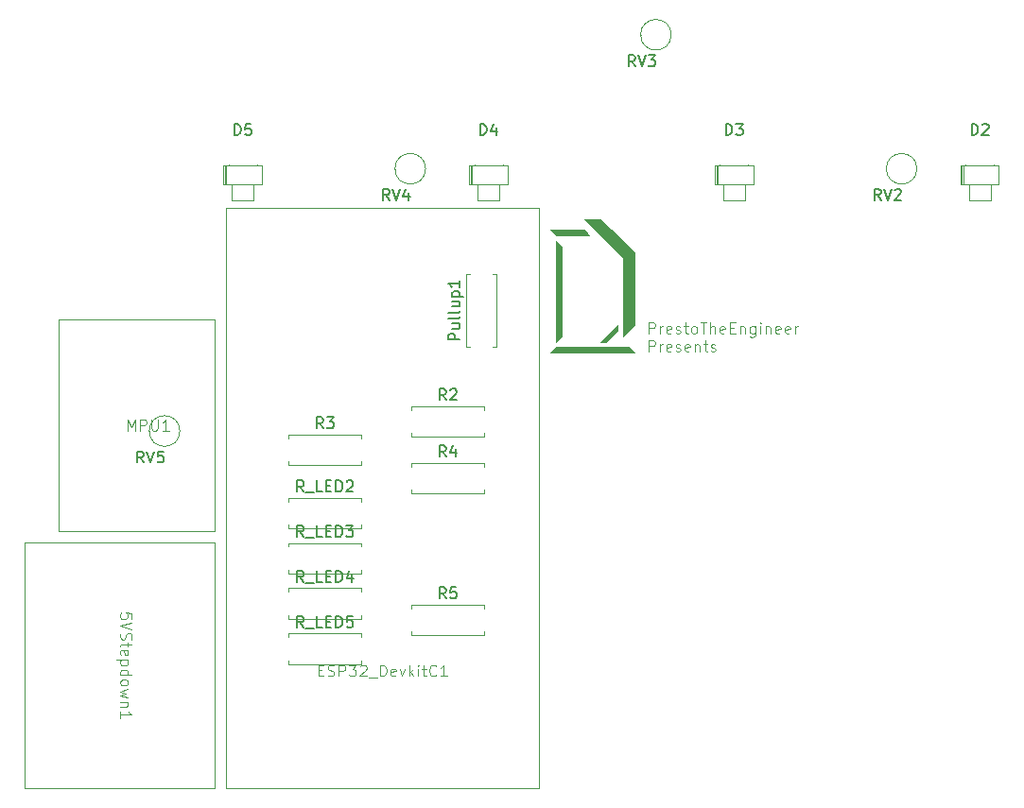
<source format=gbr>
%TF.GenerationSoftware,KiCad,Pcbnew,9.0.3*%
%TF.CreationDate,2025-08-18T22:42:58+09:00*%
%TF.ProjectId,espCon_main,65737043-6f6e-45f6-9d61-696e2e6b6963,rev?*%
%TF.SameCoordinates,Original*%
%TF.FileFunction,Legend,Top*%
%TF.FilePolarity,Positive*%
%FSLAX46Y46*%
G04 Gerber Fmt 4.6, Leading zero omitted, Abs format (unit mm)*
G04 Created by KiCad (PCBNEW 9.0.3) date 2025-08-18 22:42:58*
%MOMM*%
%LPD*%
G01*
G04 APERTURE LIST*
%ADD10C,0.100000*%
%ADD11C,0.150000*%
%ADD12C,0.120000*%
G04 APERTURE END LIST*
D10*
X133803884Y-87762475D02*
X133803884Y-86762475D01*
X133803884Y-86762475D02*
X134184836Y-86762475D01*
X134184836Y-86762475D02*
X134280074Y-86810094D01*
X134280074Y-86810094D02*
X134327693Y-86857713D01*
X134327693Y-86857713D02*
X134375312Y-86952951D01*
X134375312Y-86952951D02*
X134375312Y-87095808D01*
X134375312Y-87095808D02*
X134327693Y-87191046D01*
X134327693Y-87191046D02*
X134280074Y-87238665D01*
X134280074Y-87238665D02*
X134184836Y-87286284D01*
X134184836Y-87286284D02*
X133803884Y-87286284D01*
X134803884Y-87762475D02*
X134803884Y-87095808D01*
X134803884Y-87286284D02*
X134851503Y-87191046D01*
X134851503Y-87191046D02*
X134899122Y-87143427D01*
X134899122Y-87143427D02*
X134994360Y-87095808D01*
X134994360Y-87095808D02*
X135089598Y-87095808D01*
X135803884Y-87714856D02*
X135708646Y-87762475D01*
X135708646Y-87762475D02*
X135518170Y-87762475D01*
X135518170Y-87762475D02*
X135422932Y-87714856D01*
X135422932Y-87714856D02*
X135375313Y-87619617D01*
X135375313Y-87619617D02*
X135375313Y-87238665D01*
X135375313Y-87238665D02*
X135422932Y-87143427D01*
X135422932Y-87143427D02*
X135518170Y-87095808D01*
X135518170Y-87095808D02*
X135708646Y-87095808D01*
X135708646Y-87095808D02*
X135803884Y-87143427D01*
X135803884Y-87143427D02*
X135851503Y-87238665D01*
X135851503Y-87238665D02*
X135851503Y-87333903D01*
X135851503Y-87333903D02*
X135375313Y-87429141D01*
X136232456Y-87714856D02*
X136327694Y-87762475D01*
X136327694Y-87762475D02*
X136518170Y-87762475D01*
X136518170Y-87762475D02*
X136613408Y-87714856D01*
X136613408Y-87714856D02*
X136661027Y-87619617D01*
X136661027Y-87619617D02*
X136661027Y-87571998D01*
X136661027Y-87571998D02*
X136613408Y-87476760D01*
X136613408Y-87476760D02*
X136518170Y-87429141D01*
X136518170Y-87429141D02*
X136375313Y-87429141D01*
X136375313Y-87429141D02*
X136280075Y-87381522D01*
X136280075Y-87381522D02*
X136232456Y-87286284D01*
X136232456Y-87286284D02*
X136232456Y-87238665D01*
X136232456Y-87238665D02*
X136280075Y-87143427D01*
X136280075Y-87143427D02*
X136375313Y-87095808D01*
X136375313Y-87095808D02*
X136518170Y-87095808D01*
X136518170Y-87095808D02*
X136613408Y-87143427D01*
X136946742Y-87095808D02*
X137327694Y-87095808D01*
X137089599Y-86762475D02*
X137089599Y-87619617D01*
X137089599Y-87619617D02*
X137137218Y-87714856D01*
X137137218Y-87714856D02*
X137232456Y-87762475D01*
X137232456Y-87762475D02*
X137327694Y-87762475D01*
X137803885Y-87762475D02*
X137708647Y-87714856D01*
X137708647Y-87714856D02*
X137661028Y-87667236D01*
X137661028Y-87667236D02*
X137613409Y-87571998D01*
X137613409Y-87571998D02*
X137613409Y-87286284D01*
X137613409Y-87286284D02*
X137661028Y-87191046D01*
X137661028Y-87191046D02*
X137708647Y-87143427D01*
X137708647Y-87143427D02*
X137803885Y-87095808D01*
X137803885Y-87095808D02*
X137946742Y-87095808D01*
X137946742Y-87095808D02*
X138041980Y-87143427D01*
X138041980Y-87143427D02*
X138089599Y-87191046D01*
X138089599Y-87191046D02*
X138137218Y-87286284D01*
X138137218Y-87286284D02*
X138137218Y-87571998D01*
X138137218Y-87571998D02*
X138089599Y-87667236D01*
X138089599Y-87667236D02*
X138041980Y-87714856D01*
X138041980Y-87714856D02*
X137946742Y-87762475D01*
X137946742Y-87762475D02*
X137803885Y-87762475D01*
X138422933Y-86762475D02*
X138994361Y-86762475D01*
X138708647Y-87762475D02*
X138708647Y-86762475D01*
X139327695Y-87762475D02*
X139327695Y-86762475D01*
X139756266Y-87762475D02*
X139756266Y-87238665D01*
X139756266Y-87238665D02*
X139708647Y-87143427D01*
X139708647Y-87143427D02*
X139613409Y-87095808D01*
X139613409Y-87095808D02*
X139470552Y-87095808D01*
X139470552Y-87095808D02*
X139375314Y-87143427D01*
X139375314Y-87143427D02*
X139327695Y-87191046D01*
X140613409Y-87714856D02*
X140518171Y-87762475D01*
X140518171Y-87762475D02*
X140327695Y-87762475D01*
X140327695Y-87762475D02*
X140232457Y-87714856D01*
X140232457Y-87714856D02*
X140184838Y-87619617D01*
X140184838Y-87619617D02*
X140184838Y-87238665D01*
X140184838Y-87238665D02*
X140232457Y-87143427D01*
X140232457Y-87143427D02*
X140327695Y-87095808D01*
X140327695Y-87095808D02*
X140518171Y-87095808D01*
X140518171Y-87095808D02*
X140613409Y-87143427D01*
X140613409Y-87143427D02*
X140661028Y-87238665D01*
X140661028Y-87238665D02*
X140661028Y-87333903D01*
X140661028Y-87333903D02*
X140184838Y-87429141D01*
X141089600Y-87238665D02*
X141422933Y-87238665D01*
X141565790Y-87762475D02*
X141089600Y-87762475D01*
X141089600Y-87762475D02*
X141089600Y-86762475D01*
X141089600Y-86762475D02*
X141565790Y-86762475D01*
X141994362Y-87095808D02*
X141994362Y-87762475D01*
X141994362Y-87191046D02*
X142041981Y-87143427D01*
X142041981Y-87143427D02*
X142137219Y-87095808D01*
X142137219Y-87095808D02*
X142280076Y-87095808D01*
X142280076Y-87095808D02*
X142375314Y-87143427D01*
X142375314Y-87143427D02*
X142422933Y-87238665D01*
X142422933Y-87238665D02*
X142422933Y-87762475D01*
X143327695Y-87095808D02*
X143327695Y-87905332D01*
X143327695Y-87905332D02*
X143280076Y-88000570D01*
X143280076Y-88000570D02*
X143232457Y-88048189D01*
X143232457Y-88048189D02*
X143137219Y-88095808D01*
X143137219Y-88095808D02*
X142994362Y-88095808D01*
X142994362Y-88095808D02*
X142899124Y-88048189D01*
X143327695Y-87714856D02*
X143232457Y-87762475D01*
X143232457Y-87762475D02*
X143041981Y-87762475D01*
X143041981Y-87762475D02*
X142946743Y-87714856D01*
X142946743Y-87714856D02*
X142899124Y-87667236D01*
X142899124Y-87667236D02*
X142851505Y-87571998D01*
X142851505Y-87571998D02*
X142851505Y-87286284D01*
X142851505Y-87286284D02*
X142899124Y-87191046D01*
X142899124Y-87191046D02*
X142946743Y-87143427D01*
X142946743Y-87143427D02*
X143041981Y-87095808D01*
X143041981Y-87095808D02*
X143232457Y-87095808D01*
X143232457Y-87095808D02*
X143327695Y-87143427D01*
X143803886Y-87762475D02*
X143803886Y-87095808D01*
X143803886Y-86762475D02*
X143756267Y-86810094D01*
X143756267Y-86810094D02*
X143803886Y-86857713D01*
X143803886Y-86857713D02*
X143851505Y-86810094D01*
X143851505Y-86810094D02*
X143803886Y-86762475D01*
X143803886Y-86762475D02*
X143803886Y-86857713D01*
X144280076Y-87095808D02*
X144280076Y-87762475D01*
X144280076Y-87191046D02*
X144327695Y-87143427D01*
X144327695Y-87143427D02*
X144422933Y-87095808D01*
X144422933Y-87095808D02*
X144565790Y-87095808D01*
X144565790Y-87095808D02*
X144661028Y-87143427D01*
X144661028Y-87143427D02*
X144708647Y-87238665D01*
X144708647Y-87238665D02*
X144708647Y-87762475D01*
X145565790Y-87714856D02*
X145470552Y-87762475D01*
X145470552Y-87762475D02*
X145280076Y-87762475D01*
X145280076Y-87762475D02*
X145184838Y-87714856D01*
X145184838Y-87714856D02*
X145137219Y-87619617D01*
X145137219Y-87619617D02*
X145137219Y-87238665D01*
X145137219Y-87238665D02*
X145184838Y-87143427D01*
X145184838Y-87143427D02*
X145280076Y-87095808D01*
X145280076Y-87095808D02*
X145470552Y-87095808D01*
X145470552Y-87095808D02*
X145565790Y-87143427D01*
X145565790Y-87143427D02*
X145613409Y-87238665D01*
X145613409Y-87238665D02*
X145613409Y-87333903D01*
X145613409Y-87333903D02*
X145137219Y-87429141D01*
X146422933Y-87714856D02*
X146327695Y-87762475D01*
X146327695Y-87762475D02*
X146137219Y-87762475D01*
X146137219Y-87762475D02*
X146041981Y-87714856D01*
X146041981Y-87714856D02*
X145994362Y-87619617D01*
X145994362Y-87619617D02*
X145994362Y-87238665D01*
X145994362Y-87238665D02*
X146041981Y-87143427D01*
X146041981Y-87143427D02*
X146137219Y-87095808D01*
X146137219Y-87095808D02*
X146327695Y-87095808D01*
X146327695Y-87095808D02*
X146422933Y-87143427D01*
X146422933Y-87143427D02*
X146470552Y-87238665D01*
X146470552Y-87238665D02*
X146470552Y-87333903D01*
X146470552Y-87333903D02*
X145994362Y-87429141D01*
X146899124Y-87762475D02*
X146899124Y-87095808D01*
X146899124Y-87286284D02*
X146946743Y-87191046D01*
X146946743Y-87191046D02*
X146994362Y-87143427D01*
X146994362Y-87143427D02*
X147089600Y-87095808D01*
X147089600Y-87095808D02*
X147184838Y-87095808D01*
X133803884Y-89372419D02*
X133803884Y-88372419D01*
X133803884Y-88372419D02*
X134184836Y-88372419D01*
X134184836Y-88372419D02*
X134280074Y-88420038D01*
X134280074Y-88420038D02*
X134327693Y-88467657D01*
X134327693Y-88467657D02*
X134375312Y-88562895D01*
X134375312Y-88562895D02*
X134375312Y-88705752D01*
X134375312Y-88705752D02*
X134327693Y-88800990D01*
X134327693Y-88800990D02*
X134280074Y-88848609D01*
X134280074Y-88848609D02*
X134184836Y-88896228D01*
X134184836Y-88896228D02*
X133803884Y-88896228D01*
X134803884Y-89372419D02*
X134803884Y-88705752D01*
X134803884Y-88896228D02*
X134851503Y-88800990D01*
X134851503Y-88800990D02*
X134899122Y-88753371D01*
X134899122Y-88753371D02*
X134994360Y-88705752D01*
X134994360Y-88705752D02*
X135089598Y-88705752D01*
X135803884Y-89324800D02*
X135708646Y-89372419D01*
X135708646Y-89372419D02*
X135518170Y-89372419D01*
X135518170Y-89372419D02*
X135422932Y-89324800D01*
X135422932Y-89324800D02*
X135375313Y-89229561D01*
X135375313Y-89229561D02*
X135375313Y-88848609D01*
X135375313Y-88848609D02*
X135422932Y-88753371D01*
X135422932Y-88753371D02*
X135518170Y-88705752D01*
X135518170Y-88705752D02*
X135708646Y-88705752D01*
X135708646Y-88705752D02*
X135803884Y-88753371D01*
X135803884Y-88753371D02*
X135851503Y-88848609D01*
X135851503Y-88848609D02*
X135851503Y-88943847D01*
X135851503Y-88943847D02*
X135375313Y-89039085D01*
X136232456Y-89324800D02*
X136327694Y-89372419D01*
X136327694Y-89372419D02*
X136518170Y-89372419D01*
X136518170Y-89372419D02*
X136613408Y-89324800D01*
X136613408Y-89324800D02*
X136661027Y-89229561D01*
X136661027Y-89229561D02*
X136661027Y-89181942D01*
X136661027Y-89181942D02*
X136613408Y-89086704D01*
X136613408Y-89086704D02*
X136518170Y-89039085D01*
X136518170Y-89039085D02*
X136375313Y-89039085D01*
X136375313Y-89039085D02*
X136280075Y-88991466D01*
X136280075Y-88991466D02*
X136232456Y-88896228D01*
X136232456Y-88896228D02*
X136232456Y-88848609D01*
X136232456Y-88848609D02*
X136280075Y-88753371D01*
X136280075Y-88753371D02*
X136375313Y-88705752D01*
X136375313Y-88705752D02*
X136518170Y-88705752D01*
X136518170Y-88705752D02*
X136613408Y-88753371D01*
X137470551Y-89324800D02*
X137375313Y-89372419D01*
X137375313Y-89372419D02*
X137184837Y-89372419D01*
X137184837Y-89372419D02*
X137089599Y-89324800D01*
X137089599Y-89324800D02*
X137041980Y-89229561D01*
X137041980Y-89229561D02*
X137041980Y-88848609D01*
X137041980Y-88848609D02*
X137089599Y-88753371D01*
X137089599Y-88753371D02*
X137184837Y-88705752D01*
X137184837Y-88705752D02*
X137375313Y-88705752D01*
X137375313Y-88705752D02*
X137470551Y-88753371D01*
X137470551Y-88753371D02*
X137518170Y-88848609D01*
X137518170Y-88848609D02*
X137518170Y-88943847D01*
X137518170Y-88943847D02*
X137041980Y-89039085D01*
X137946742Y-88705752D02*
X137946742Y-89372419D01*
X137946742Y-88800990D02*
X137994361Y-88753371D01*
X137994361Y-88753371D02*
X138089599Y-88705752D01*
X138089599Y-88705752D02*
X138232456Y-88705752D01*
X138232456Y-88705752D02*
X138327694Y-88753371D01*
X138327694Y-88753371D02*
X138375313Y-88848609D01*
X138375313Y-88848609D02*
X138375313Y-89372419D01*
X138708647Y-88705752D02*
X139089599Y-88705752D01*
X138851504Y-88372419D02*
X138851504Y-89229561D01*
X138851504Y-89229561D02*
X138899123Y-89324800D01*
X138899123Y-89324800D02*
X138994361Y-89372419D01*
X138994361Y-89372419D02*
X139089599Y-89372419D01*
X139375314Y-89324800D02*
X139470552Y-89372419D01*
X139470552Y-89372419D02*
X139661028Y-89372419D01*
X139661028Y-89372419D02*
X139756266Y-89324800D01*
X139756266Y-89324800D02*
X139803885Y-89229561D01*
X139803885Y-89229561D02*
X139803885Y-89181942D01*
X139803885Y-89181942D02*
X139756266Y-89086704D01*
X139756266Y-89086704D02*
X139661028Y-89039085D01*
X139661028Y-89039085D02*
X139518171Y-89039085D01*
X139518171Y-89039085D02*
X139422933Y-88991466D01*
X139422933Y-88991466D02*
X139375314Y-88896228D01*
X139375314Y-88896228D02*
X139375314Y-88848609D01*
X139375314Y-88848609D02*
X139422933Y-88753371D01*
X139422933Y-88753371D02*
X139518171Y-88705752D01*
X139518171Y-88705752D02*
X139661028Y-88705752D01*
X139661028Y-88705752D02*
X139756266Y-88753371D01*
X132500000Y-89500000D02*
X125000000Y-89500000D01*
X125500000Y-89000000D01*
X132000000Y-89000000D01*
X132500000Y-89500000D01*
G36*
X132500000Y-89500000D02*
G01*
X125000000Y-89500000D01*
X125500000Y-89000000D01*
X132000000Y-89000000D01*
X132500000Y-89500000D01*
G37*
X131000000Y-87500000D02*
X130000000Y-88500000D01*
X129500000Y-88500000D01*
X131000000Y-87000000D01*
X131000000Y-87500000D01*
G36*
X131000000Y-87500000D02*
G01*
X130000000Y-88500000D01*
X129500000Y-88500000D01*
X131000000Y-87000000D01*
X131000000Y-87500000D01*
G37*
X132500000Y-80500000D02*
X132500000Y-87000000D01*
X131500000Y-88000000D01*
X131500000Y-81000000D01*
X128000000Y-77500000D01*
X129500000Y-77500000D01*
X132500000Y-80500000D01*
G36*
X132500000Y-80500000D02*
G01*
X132500000Y-87000000D01*
X131500000Y-88000000D01*
X131500000Y-81000000D01*
X128000000Y-77500000D01*
X129500000Y-77500000D01*
X132500000Y-80500000D01*
G37*
X126000000Y-80000000D02*
X126000000Y-88000000D01*
X125500000Y-88500000D01*
X125500000Y-79500000D01*
X126000000Y-80000000D01*
G36*
X126000000Y-80000000D02*
G01*
X126000000Y-88000000D01*
X125500000Y-88500000D01*
X125500000Y-79500000D01*
X126000000Y-80000000D01*
G37*
X128500000Y-79000000D02*
X125500000Y-79000000D01*
X125000000Y-78500000D01*
X128000000Y-78500000D01*
X128500000Y-79000000D01*
G36*
X128500000Y-79000000D02*
G01*
X125500000Y-79000000D01*
X125000000Y-78500000D01*
X128000000Y-78500000D01*
X128500000Y-79000000D01*
G37*
D11*
X115643333Y-111504819D02*
X115310000Y-111028628D01*
X115071905Y-111504819D02*
X115071905Y-110504819D01*
X115071905Y-110504819D02*
X115452857Y-110504819D01*
X115452857Y-110504819D02*
X115548095Y-110552438D01*
X115548095Y-110552438D02*
X115595714Y-110600057D01*
X115595714Y-110600057D02*
X115643333Y-110695295D01*
X115643333Y-110695295D02*
X115643333Y-110838152D01*
X115643333Y-110838152D02*
X115595714Y-110933390D01*
X115595714Y-110933390D02*
X115548095Y-110981009D01*
X115548095Y-110981009D02*
X115452857Y-111028628D01*
X115452857Y-111028628D02*
X115071905Y-111028628D01*
X116548095Y-110504819D02*
X116071905Y-110504819D01*
X116071905Y-110504819D02*
X116024286Y-110981009D01*
X116024286Y-110981009D02*
X116071905Y-110933390D01*
X116071905Y-110933390D02*
X116167143Y-110885771D01*
X116167143Y-110885771D02*
X116405238Y-110885771D01*
X116405238Y-110885771D02*
X116500476Y-110933390D01*
X116500476Y-110933390D02*
X116548095Y-110981009D01*
X116548095Y-110981009D02*
X116595714Y-111076247D01*
X116595714Y-111076247D02*
X116595714Y-111314342D01*
X116595714Y-111314342D02*
X116548095Y-111409580D01*
X116548095Y-111409580D02*
X116500476Y-111457200D01*
X116500476Y-111457200D02*
X116405238Y-111504819D01*
X116405238Y-111504819D02*
X116167143Y-111504819D01*
X116167143Y-111504819D02*
X116071905Y-111457200D01*
X116071905Y-111457200D02*
X116024286Y-111409580D01*
X115643333Y-98804819D02*
X115310000Y-98328628D01*
X115071905Y-98804819D02*
X115071905Y-97804819D01*
X115071905Y-97804819D02*
X115452857Y-97804819D01*
X115452857Y-97804819D02*
X115548095Y-97852438D01*
X115548095Y-97852438D02*
X115595714Y-97900057D01*
X115595714Y-97900057D02*
X115643333Y-97995295D01*
X115643333Y-97995295D02*
X115643333Y-98138152D01*
X115643333Y-98138152D02*
X115595714Y-98233390D01*
X115595714Y-98233390D02*
X115548095Y-98281009D01*
X115548095Y-98281009D02*
X115452857Y-98328628D01*
X115452857Y-98328628D02*
X115071905Y-98328628D01*
X116500476Y-98138152D02*
X116500476Y-98804819D01*
X116262381Y-97757200D02*
X116024286Y-98471485D01*
X116024286Y-98471485D02*
X116643333Y-98471485D01*
X104643333Y-96264819D02*
X104310000Y-95788628D01*
X104071905Y-96264819D02*
X104071905Y-95264819D01*
X104071905Y-95264819D02*
X104452857Y-95264819D01*
X104452857Y-95264819D02*
X104548095Y-95312438D01*
X104548095Y-95312438D02*
X104595714Y-95360057D01*
X104595714Y-95360057D02*
X104643333Y-95455295D01*
X104643333Y-95455295D02*
X104643333Y-95598152D01*
X104643333Y-95598152D02*
X104595714Y-95693390D01*
X104595714Y-95693390D02*
X104548095Y-95741009D01*
X104548095Y-95741009D02*
X104452857Y-95788628D01*
X104452857Y-95788628D02*
X104071905Y-95788628D01*
X104976667Y-95264819D02*
X105595714Y-95264819D01*
X105595714Y-95264819D02*
X105262381Y-95645771D01*
X105262381Y-95645771D02*
X105405238Y-95645771D01*
X105405238Y-95645771D02*
X105500476Y-95693390D01*
X105500476Y-95693390D02*
X105548095Y-95741009D01*
X105548095Y-95741009D02*
X105595714Y-95836247D01*
X105595714Y-95836247D02*
X105595714Y-96074342D01*
X105595714Y-96074342D02*
X105548095Y-96169580D01*
X105548095Y-96169580D02*
X105500476Y-96217200D01*
X105500476Y-96217200D02*
X105405238Y-96264819D01*
X105405238Y-96264819D02*
X105119524Y-96264819D01*
X105119524Y-96264819D02*
X105024286Y-96217200D01*
X105024286Y-96217200D02*
X104976667Y-96169580D01*
X115643333Y-93724819D02*
X115310000Y-93248628D01*
X115071905Y-93724819D02*
X115071905Y-92724819D01*
X115071905Y-92724819D02*
X115452857Y-92724819D01*
X115452857Y-92724819D02*
X115548095Y-92772438D01*
X115548095Y-92772438D02*
X115595714Y-92820057D01*
X115595714Y-92820057D02*
X115643333Y-92915295D01*
X115643333Y-92915295D02*
X115643333Y-93058152D01*
X115643333Y-93058152D02*
X115595714Y-93153390D01*
X115595714Y-93153390D02*
X115548095Y-93201009D01*
X115548095Y-93201009D02*
X115452857Y-93248628D01*
X115452857Y-93248628D02*
X115071905Y-93248628D01*
X116024286Y-92820057D02*
X116071905Y-92772438D01*
X116071905Y-92772438D02*
X116167143Y-92724819D01*
X116167143Y-92724819D02*
X116405238Y-92724819D01*
X116405238Y-92724819D02*
X116500476Y-92772438D01*
X116500476Y-92772438D02*
X116548095Y-92820057D01*
X116548095Y-92820057D02*
X116595714Y-92915295D01*
X116595714Y-92915295D02*
X116595714Y-93010533D01*
X116595714Y-93010533D02*
X116548095Y-93153390D01*
X116548095Y-93153390D02*
X115976667Y-93724819D01*
X115976667Y-93724819D02*
X116595714Y-93724819D01*
X132585395Y-63824819D02*
X132252062Y-63348628D01*
X132013967Y-63824819D02*
X132013967Y-62824819D01*
X132013967Y-62824819D02*
X132394919Y-62824819D01*
X132394919Y-62824819D02*
X132490157Y-62872438D01*
X132490157Y-62872438D02*
X132537776Y-62920057D01*
X132537776Y-62920057D02*
X132585395Y-63015295D01*
X132585395Y-63015295D02*
X132585395Y-63158152D01*
X132585395Y-63158152D02*
X132537776Y-63253390D01*
X132537776Y-63253390D02*
X132490157Y-63301009D01*
X132490157Y-63301009D02*
X132394919Y-63348628D01*
X132394919Y-63348628D02*
X132013967Y-63348628D01*
X132871110Y-62824819D02*
X133204443Y-63824819D01*
X133204443Y-63824819D02*
X133537776Y-62824819D01*
X133775872Y-62824819D02*
X134394919Y-62824819D01*
X134394919Y-62824819D02*
X134061586Y-63205771D01*
X134061586Y-63205771D02*
X134204443Y-63205771D01*
X134204443Y-63205771D02*
X134299681Y-63253390D01*
X134299681Y-63253390D02*
X134347300Y-63301009D01*
X134347300Y-63301009D02*
X134394919Y-63396247D01*
X134394919Y-63396247D02*
X134394919Y-63634342D01*
X134394919Y-63634342D02*
X134347300Y-63729580D01*
X134347300Y-63729580D02*
X134299681Y-63777200D01*
X134299681Y-63777200D02*
X134204443Y-63824819D01*
X134204443Y-63824819D02*
X133918729Y-63824819D01*
X133918729Y-63824819D02*
X133823491Y-63777200D01*
X133823491Y-63777200D02*
X133775872Y-63729580D01*
X102905237Y-101934819D02*
X102571904Y-101458628D01*
X102333809Y-101934819D02*
X102333809Y-100934819D01*
X102333809Y-100934819D02*
X102714761Y-100934819D01*
X102714761Y-100934819D02*
X102809999Y-100982438D01*
X102809999Y-100982438D02*
X102857618Y-101030057D01*
X102857618Y-101030057D02*
X102905237Y-101125295D01*
X102905237Y-101125295D02*
X102905237Y-101268152D01*
X102905237Y-101268152D02*
X102857618Y-101363390D01*
X102857618Y-101363390D02*
X102809999Y-101411009D01*
X102809999Y-101411009D02*
X102714761Y-101458628D01*
X102714761Y-101458628D02*
X102333809Y-101458628D01*
X103095714Y-102030057D02*
X103857618Y-102030057D01*
X104571904Y-101934819D02*
X104095714Y-101934819D01*
X104095714Y-101934819D02*
X104095714Y-100934819D01*
X104905238Y-101411009D02*
X105238571Y-101411009D01*
X105381428Y-101934819D02*
X104905238Y-101934819D01*
X104905238Y-101934819D02*
X104905238Y-100934819D01*
X104905238Y-100934819D02*
X105381428Y-100934819D01*
X105810000Y-101934819D02*
X105810000Y-100934819D01*
X105810000Y-100934819D02*
X106048095Y-100934819D01*
X106048095Y-100934819D02*
X106190952Y-100982438D01*
X106190952Y-100982438D02*
X106286190Y-101077676D01*
X106286190Y-101077676D02*
X106333809Y-101172914D01*
X106333809Y-101172914D02*
X106381428Y-101363390D01*
X106381428Y-101363390D02*
X106381428Y-101506247D01*
X106381428Y-101506247D02*
X106333809Y-101696723D01*
X106333809Y-101696723D02*
X106286190Y-101791961D01*
X106286190Y-101791961D02*
X106190952Y-101887200D01*
X106190952Y-101887200D02*
X106048095Y-101934819D01*
X106048095Y-101934819D02*
X105810000Y-101934819D01*
X106762381Y-101030057D02*
X106810000Y-100982438D01*
X106810000Y-100982438D02*
X106905238Y-100934819D01*
X106905238Y-100934819D02*
X107143333Y-100934819D01*
X107143333Y-100934819D02*
X107238571Y-100982438D01*
X107238571Y-100982438D02*
X107286190Y-101030057D01*
X107286190Y-101030057D02*
X107333809Y-101125295D01*
X107333809Y-101125295D02*
X107333809Y-101220533D01*
X107333809Y-101220533D02*
X107286190Y-101363390D01*
X107286190Y-101363390D02*
X106714762Y-101934819D01*
X106714762Y-101934819D02*
X107333809Y-101934819D01*
X96712539Y-69994819D02*
X96712539Y-68994819D01*
X96712539Y-68994819D02*
X96950634Y-68994819D01*
X96950634Y-68994819D02*
X97093491Y-69042438D01*
X97093491Y-69042438D02*
X97188729Y-69137676D01*
X97188729Y-69137676D02*
X97236348Y-69232914D01*
X97236348Y-69232914D02*
X97283967Y-69423390D01*
X97283967Y-69423390D02*
X97283967Y-69566247D01*
X97283967Y-69566247D02*
X97236348Y-69756723D01*
X97236348Y-69756723D02*
X97188729Y-69851961D01*
X97188729Y-69851961D02*
X97093491Y-69947200D01*
X97093491Y-69947200D02*
X96950634Y-69994819D01*
X96950634Y-69994819D02*
X96712539Y-69994819D01*
X98188729Y-68994819D02*
X97712539Y-68994819D01*
X97712539Y-68994819D02*
X97664920Y-69471009D01*
X97664920Y-69471009D02*
X97712539Y-69423390D01*
X97712539Y-69423390D02*
X97807777Y-69375771D01*
X97807777Y-69375771D02*
X98045872Y-69375771D01*
X98045872Y-69375771D02*
X98141110Y-69423390D01*
X98141110Y-69423390D02*
X98188729Y-69471009D01*
X98188729Y-69471009D02*
X98236348Y-69566247D01*
X98236348Y-69566247D02*
X98236348Y-69804342D01*
X98236348Y-69804342D02*
X98188729Y-69899580D01*
X98188729Y-69899580D02*
X98141110Y-69947200D01*
X98141110Y-69947200D02*
X98045872Y-69994819D01*
X98045872Y-69994819D02*
X97807777Y-69994819D01*
X97807777Y-69994819D02*
X97712539Y-69947200D01*
X97712539Y-69947200D02*
X97664920Y-69899580D01*
X118712539Y-69994819D02*
X118712539Y-68994819D01*
X118712539Y-68994819D02*
X118950634Y-68994819D01*
X118950634Y-68994819D02*
X119093491Y-69042438D01*
X119093491Y-69042438D02*
X119188729Y-69137676D01*
X119188729Y-69137676D02*
X119236348Y-69232914D01*
X119236348Y-69232914D02*
X119283967Y-69423390D01*
X119283967Y-69423390D02*
X119283967Y-69566247D01*
X119283967Y-69566247D02*
X119236348Y-69756723D01*
X119236348Y-69756723D02*
X119188729Y-69851961D01*
X119188729Y-69851961D02*
X119093491Y-69947200D01*
X119093491Y-69947200D02*
X118950634Y-69994819D01*
X118950634Y-69994819D02*
X118712539Y-69994819D01*
X120141110Y-69328152D02*
X120141110Y-69994819D01*
X119903015Y-68947200D02*
X119664920Y-69661485D01*
X119664920Y-69661485D02*
X120283967Y-69661485D01*
D10*
X87493214Y-113309523D02*
X87493214Y-112833333D01*
X87493214Y-112833333D02*
X87017024Y-112785714D01*
X87017024Y-112785714D02*
X87064643Y-112833333D01*
X87064643Y-112833333D02*
X87112262Y-112928571D01*
X87112262Y-112928571D02*
X87112262Y-113166666D01*
X87112262Y-113166666D02*
X87064643Y-113261904D01*
X87064643Y-113261904D02*
X87017024Y-113309523D01*
X87017024Y-113309523D02*
X86921786Y-113357142D01*
X86921786Y-113357142D02*
X86683691Y-113357142D01*
X86683691Y-113357142D02*
X86588453Y-113309523D01*
X86588453Y-113309523D02*
X86540834Y-113261904D01*
X86540834Y-113261904D02*
X86493214Y-113166666D01*
X86493214Y-113166666D02*
X86493214Y-112928571D01*
X86493214Y-112928571D02*
X86540834Y-112833333D01*
X86540834Y-112833333D02*
X86588453Y-112785714D01*
X87493214Y-113642857D02*
X86493214Y-113976190D01*
X86493214Y-113976190D02*
X87493214Y-114309523D01*
X86540834Y-114595238D02*
X86493214Y-114738095D01*
X86493214Y-114738095D02*
X86493214Y-114976190D01*
X86493214Y-114976190D02*
X86540834Y-115071428D01*
X86540834Y-115071428D02*
X86588453Y-115119047D01*
X86588453Y-115119047D02*
X86683691Y-115166666D01*
X86683691Y-115166666D02*
X86778929Y-115166666D01*
X86778929Y-115166666D02*
X86874167Y-115119047D01*
X86874167Y-115119047D02*
X86921786Y-115071428D01*
X86921786Y-115071428D02*
X86969405Y-114976190D01*
X86969405Y-114976190D02*
X87017024Y-114785714D01*
X87017024Y-114785714D02*
X87064643Y-114690476D01*
X87064643Y-114690476D02*
X87112262Y-114642857D01*
X87112262Y-114642857D02*
X87207500Y-114595238D01*
X87207500Y-114595238D02*
X87302738Y-114595238D01*
X87302738Y-114595238D02*
X87397976Y-114642857D01*
X87397976Y-114642857D02*
X87445595Y-114690476D01*
X87445595Y-114690476D02*
X87493214Y-114785714D01*
X87493214Y-114785714D02*
X87493214Y-115023809D01*
X87493214Y-115023809D02*
X87445595Y-115166666D01*
X87159881Y-115452381D02*
X87159881Y-115833333D01*
X87493214Y-115595238D02*
X86636072Y-115595238D01*
X86636072Y-115595238D02*
X86540834Y-115642857D01*
X86540834Y-115642857D02*
X86493214Y-115738095D01*
X86493214Y-115738095D02*
X86493214Y-115833333D01*
X86540834Y-116547619D02*
X86493214Y-116452381D01*
X86493214Y-116452381D02*
X86493214Y-116261905D01*
X86493214Y-116261905D02*
X86540834Y-116166667D01*
X86540834Y-116166667D02*
X86636072Y-116119048D01*
X86636072Y-116119048D02*
X87017024Y-116119048D01*
X87017024Y-116119048D02*
X87112262Y-116166667D01*
X87112262Y-116166667D02*
X87159881Y-116261905D01*
X87159881Y-116261905D02*
X87159881Y-116452381D01*
X87159881Y-116452381D02*
X87112262Y-116547619D01*
X87112262Y-116547619D02*
X87017024Y-116595238D01*
X87017024Y-116595238D02*
X86921786Y-116595238D01*
X86921786Y-116595238D02*
X86826548Y-116119048D01*
X87159881Y-117023810D02*
X86159881Y-117023810D01*
X87112262Y-117023810D02*
X87159881Y-117119048D01*
X87159881Y-117119048D02*
X87159881Y-117309524D01*
X87159881Y-117309524D02*
X87112262Y-117404762D01*
X87112262Y-117404762D02*
X87064643Y-117452381D01*
X87064643Y-117452381D02*
X86969405Y-117500000D01*
X86969405Y-117500000D02*
X86683691Y-117500000D01*
X86683691Y-117500000D02*
X86588453Y-117452381D01*
X86588453Y-117452381D02*
X86540834Y-117404762D01*
X86540834Y-117404762D02*
X86493214Y-117309524D01*
X86493214Y-117309524D02*
X86493214Y-117119048D01*
X86493214Y-117119048D02*
X86540834Y-117023810D01*
X86493214Y-118357143D02*
X87493214Y-118357143D01*
X86540834Y-118357143D02*
X86493214Y-118261905D01*
X86493214Y-118261905D02*
X86493214Y-118071429D01*
X86493214Y-118071429D02*
X86540834Y-117976191D01*
X86540834Y-117976191D02*
X86588453Y-117928572D01*
X86588453Y-117928572D02*
X86683691Y-117880953D01*
X86683691Y-117880953D02*
X86969405Y-117880953D01*
X86969405Y-117880953D02*
X87064643Y-117928572D01*
X87064643Y-117928572D02*
X87112262Y-117976191D01*
X87112262Y-117976191D02*
X87159881Y-118071429D01*
X87159881Y-118071429D02*
X87159881Y-118261905D01*
X87159881Y-118261905D02*
X87112262Y-118357143D01*
X86493214Y-118976191D02*
X86540834Y-118880953D01*
X86540834Y-118880953D02*
X86588453Y-118833334D01*
X86588453Y-118833334D02*
X86683691Y-118785715D01*
X86683691Y-118785715D02*
X86969405Y-118785715D01*
X86969405Y-118785715D02*
X87064643Y-118833334D01*
X87064643Y-118833334D02*
X87112262Y-118880953D01*
X87112262Y-118880953D02*
X87159881Y-118976191D01*
X87159881Y-118976191D02*
X87159881Y-119119048D01*
X87159881Y-119119048D02*
X87112262Y-119214286D01*
X87112262Y-119214286D02*
X87064643Y-119261905D01*
X87064643Y-119261905D02*
X86969405Y-119309524D01*
X86969405Y-119309524D02*
X86683691Y-119309524D01*
X86683691Y-119309524D02*
X86588453Y-119261905D01*
X86588453Y-119261905D02*
X86540834Y-119214286D01*
X86540834Y-119214286D02*
X86493214Y-119119048D01*
X86493214Y-119119048D02*
X86493214Y-118976191D01*
X87159881Y-119642858D02*
X86493214Y-119833334D01*
X86493214Y-119833334D02*
X86969405Y-120023810D01*
X86969405Y-120023810D02*
X86493214Y-120214286D01*
X86493214Y-120214286D02*
X87159881Y-120404762D01*
X87159881Y-120785715D02*
X86493214Y-120785715D01*
X87064643Y-120785715D02*
X87112262Y-120833334D01*
X87112262Y-120833334D02*
X87159881Y-120928572D01*
X87159881Y-120928572D02*
X87159881Y-121071429D01*
X87159881Y-121071429D02*
X87112262Y-121166667D01*
X87112262Y-121166667D02*
X87017024Y-121214286D01*
X87017024Y-121214286D02*
X86493214Y-121214286D01*
X86493214Y-122214286D02*
X86493214Y-121642858D01*
X86493214Y-121928572D02*
X87493214Y-121928572D01*
X87493214Y-121928572D02*
X87350357Y-121833334D01*
X87350357Y-121833334D02*
X87255119Y-121738096D01*
X87255119Y-121738096D02*
X87207500Y-121642858D01*
X104212538Y-117933609D02*
X104545871Y-117933609D01*
X104688728Y-118457419D02*
X104212538Y-118457419D01*
X104212538Y-118457419D02*
X104212538Y-117457419D01*
X104212538Y-117457419D02*
X104688728Y-117457419D01*
X105069681Y-118409800D02*
X105212538Y-118457419D01*
X105212538Y-118457419D02*
X105450633Y-118457419D01*
X105450633Y-118457419D02*
X105545871Y-118409800D01*
X105545871Y-118409800D02*
X105593490Y-118362180D01*
X105593490Y-118362180D02*
X105641109Y-118266942D01*
X105641109Y-118266942D02*
X105641109Y-118171704D01*
X105641109Y-118171704D02*
X105593490Y-118076466D01*
X105593490Y-118076466D02*
X105545871Y-118028847D01*
X105545871Y-118028847D02*
X105450633Y-117981228D01*
X105450633Y-117981228D02*
X105260157Y-117933609D01*
X105260157Y-117933609D02*
X105164919Y-117885990D01*
X105164919Y-117885990D02*
X105117300Y-117838371D01*
X105117300Y-117838371D02*
X105069681Y-117743133D01*
X105069681Y-117743133D02*
X105069681Y-117647895D01*
X105069681Y-117647895D02*
X105117300Y-117552657D01*
X105117300Y-117552657D02*
X105164919Y-117505038D01*
X105164919Y-117505038D02*
X105260157Y-117457419D01*
X105260157Y-117457419D02*
X105498252Y-117457419D01*
X105498252Y-117457419D02*
X105641109Y-117505038D01*
X106069681Y-118457419D02*
X106069681Y-117457419D01*
X106069681Y-117457419D02*
X106450633Y-117457419D01*
X106450633Y-117457419D02*
X106545871Y-117505038D01*
X106545871Y-117505038D02*
X106593490Y-117552657D01*
X106593490Y-117552657D02*
X106641109Y-117647895D01*
X106641109Y-117647895D02*
X106641109Y-117790752D01*
X106641109Y-117790752D02*
X106593490Y-117885990D01*
X106593490Y-117885990D02*
X106545871Y-117933609D01*
X106545871Y-117933609D02*
X106450633Y-117981228D01*
X106450633Y-117981228D02*
X106069681Y-117981228D01*
X106974443Y-117457419D02*
X107593490Y-117457419D01*
X107593490Y-117457419D02*
X107260157Y-117838371D01*
X107260157Y-117838371D02*
X107403014Y-117838371D01*
X107403014Y-117838371D02*
X107498252Y-117885990D01*
X107498252Y-117885990D02*
X107545871Y-117933609D01*
X107545871Y-117933609D02*
X107593490Y-118028847D01*
X107593490Y-118028847D02*
X107593490Y-118266942D01*
X107593490Y-118266942D02*
X107545871Y-118362180D01*
X107545871Y-118362180D02*
X107498252Y-118409800D01*
X107498252Y-118409800D02*
X107403014Y-118457419D01*
X107403014Y-118457419D02*
X107117300Y-118457419D01*
X107117300Y-118457419D02*
X107022062Y-118409800D01*
X107022062Y-118409800D02*
X106974443Y-118362180D01*
X107974443Y-117552657D02*
X108022062Y-117505038D01*
X108022062Y-117505038D02*
X108117300Y-117457419D01*
X108117300Y-117457419D02*
X108355395Y-117457419D01*
X108355395Y-117457419D02*
X108450633Y-117505038D01*
X108450633Y-117505038D02*
X108498252Y-117552657D01*
X108498252Y-117552657D02*
X108545871Y-117647895D01*
X108545871Y-117647895D02*
X108545871Y-117743133D01*
X108545871Y-117743133D02*
X108498252Y-117885990D01*
X108498252Y-117885990D02*
X107926824Y-118457419D01*
X107926824Y-118457419D02*
X108545871Y-118457419D01*
X108736348Y-118552657D02*
X109498252Y-118552657D01*
X109736348Y-118457419D02*
X109736348Y-117457419D01*
X109736348Y-117457419D02*
X109974443Y-117457419D01*
X109974443Y-117457419D02*
X110117300Y-117505038D01*
X110117300Y-117505038D02*
X110212538Y-117600276D01*
X110212538Y-117600276D02*
X110260157Y-117695514D01*
X110260157Y-117695514D02*
X110307776Y-117885990D01*
X110307776Y-117885990D02*
X110307776Y-118028847D01*
X110307776Y-118028847D02*
X110260157Y-118219323D01*
X110260157Y-118219323D02*
X110212538Y-118314561D01*
X110212538Y-118314561D02*
X110117300Y-118409800D01*
X110117300Y-118409800D02*
X109974443Y-118457419D01*
X109974443Y-118457419D02*
X109736348Y-118457419D01*
X111117300Y-118409800D02*
X111022062Y-118457419D01*
X111022062Y-118457419D02*
X110831586Y-118457419D01*
X110831586Y-118457419D02*
X110736348Y-118409800D01*
X110736348Y-118409800D02*
X110688729Y-118314561D01*
X110688729Y-118314561D02*
X110688729Y-117933609D01*
X110688729Y-117933609D02*
X110736348Y-117838371D01*
X110736348Y-117838371D02*
X110831586Y-117790752D01*
X110831586Y-117790752D02*
X111022062Y-117790752D01*
X111022062Y-117790752D02*
X111117300Y-117838371D01*
X111117300Y-117838371D02*
X111164919Y-117933609D01*
X111164919Y-117933609D02*
X111164919Y-118028847D01*
X111164919Y-118028847D02*
X110688729Y-118124085D01*
X111498253Y-117790752D02*
X111736348Y-118457419D01*
X111736348Y-118457419D02*
X111974443Y-117790752D01*
X112355396Y-118457419D02*
X112355396Y-117457419D01*
X112450634Y-118076466D02*
X112736348Y-118457419D01*
X112736348Y-117790752D02*
X112355396Y-118171704D01*
X113164920Y-118457419D02*
X113164920Y-117790752D01*
X113164920Y-117457419D02*
X113117301Y-117505038D01*
X113117301Y-117505038D02*
X113164920Y-117552657D01*
X113164920Y-117552657D02*
X113212539Y-117505038D01*
X113212539Y-117505038D02*
X113164920Y-117457419D01*
X113164920Y-117457419D02*
X113164920Y-117552657D01*
X113498253Y-117790752D02*
X113879205Y-117790752D01*
X113641110Y-117457419D02*
X113641110Y-118314561D01*
X113641110Y-118314561D02*
X113688729Y-118409800D01*
X113688729Y-118409800D02*
X113783967Y-118457419D01*
X113783967Y-118457419D02*
X113879205Y-118457419D01*
X114783967Y-118362180D02*
X114736348Y-118409800D01*
X114736348Y-118409800D02*
X114593491Y-118457419D01*
X114593491Y-118457419D02*
X114498253Y-118457419D01*
X114498253Y-118457419D02*
X114355396Y-118409800D01*
X114355396Y-118409800D02*
X114260158Y-118314561D01*
X114260158Y-118314561D02*
X114212539Y-118219323D01*
X114212539Y-118219323D02*
X114164920Y-118028847D01*
X114164920Y-118028847D02*
X114164920Y-117885990D01*
X114164920Y-117885990D02*
X114212539Y-117695514D01*
X114212539Y-117695514D02*
X114260158Y-117600276D01*
X114260158Y-117600276D02*
X114355396Y-117505038D01*
X114355396Y-117505038D02*
X114498253Y-117457419D01*
X114498253Y-117457419D02*
X114593491Y-117457419D01*
X114593491Y-117457419D02*
X114736348Y-117505038D01*
X114736348Y-117505038D02*
X114783967Y-117552657D01*
X115736348Y-118457419D02*
X115164920Y-118457419D01*
X115450634Y-118457419D02*
X115450634Y-117457419D01*
X115450634Y-117457419D02*
X115355396Y-117600276D01*
X115355396Y-117600276D02*
X115260158Y-117695514D01*
X115260158Y-117695514D02*
X115164920Y-117743133D01*
D11*
X102905237Y-105984819D02*
X102571904Y-105508628D01*
X102333809Y-105984819D02*
X102333809Y-104984819D01*
X102333809Y-104984819D02*
X102714761Y-104984819D01*
X102714761Y-104984819D02*
X102809999Y-105032438D01*
X102809999Y-105032438D02*
X102857618Y-105080057D01*
X102857618Y-105080057D02*
X102905237Y-105175295D01*
X102905237Y-105175295D02*
X102905237Y-105318152D01*
X102905237Y-105318152D02*
X102857618Y-105413390D01*
X102857618Y-105413390D02*
X102809999Y-105461009D01*
X102809999Y-105461009D02*
X102714761Y-105508628D01*
X102714761Y-105508628D02*
X102333809Y-105508628D01*
X103095714Y-106080057D02*
X103857618Y-106080057D01*
X104571904Y-105984819D02*
X104095714Y-105984819D01*
X104095714Y-105984819D02*
X104095714Y-104984819D01*
X104905238Y-105461009D02*
X105238571Y-105461009D01*
X105381428Y-105984819D02*
X104905238Y-105984819D01*
X104905238Y-105984819D02*
X104905238Y-104984819D01*
X104905238Y-104984819D02*
X105381428Y-104984819D01*
X105810000Y-105984819D02*
X105810000Y-104984819D01*
X105810000Y-104984819D02*
X106048095Y-104984819D01*
X106048095Y-104984819D02*
X106190952Y-105032438D01*
X106190952Y-105032438D02*
X106286190Y-105127676D01*
X106286190Y-105127676D02*
X106333809Y-105222914D01*
X106333809Y-105222914D02*
X106381428Y-105413390D01*
X106381428Y-105413390D02*
X106381428Y-105556247D01*
X106381428Y-105556247D02*
X106333809Y-105746723D01*
X106333809Y-105746723D02*
X106286190Y-105841961D01*
X106286190Y-105841961D02*
X106190952Y-105937200D01*
X106190952Y-105937200D02*
X106048095Y-105984819D01*
X106048095Y-105984819D02*
X105810000Y-105984819D01*
X106714762Y-104984819D02*
X107333809Y-104984819D01*
X107333809Y-104984819D02*
X107000476Y-105365771D01*
X107000476Y-105365771D02*
X107143333Y-105365771D01*
X107143333Y-105365771D02*
X107238571Y-105413390D01*
X107238571Y-105413390D02*
X107286190Y-105461009D01*
X107286190Y-105461009D02*
X107333809Y-105556247D01*
X107333809Y-105556247D02*
X107333809Y-105794342D01*
X107333809Y-105794342D02*
X107286190Y-105889580D01*
X107286190Y-105889580D02*
X107238571Y-105937200D01*
X107238571Y-105937200D02*
X107143333Y-105984819D01*
X107143333Y-105984819D02*
X106857619Y-105984819D01*
X106857619Y-105984819D02*
X106762381Y-105937200D01*
X106762381Y-105937200D02*
X106714762Y-105889580D01*
X154585395Y-75824819D02*
X154252062Y-75348628D01*
X154013967Y-75824819D02*
X154013967Y-74824819D01*
X154013967Y-74824819D02*
X154394919Y-74824819D01*
X154394919Y-74824819D02*
X154490157Y-74872438D01*
X154490157Y-74872438D02*
X154537776Y-74920057D01*
X154537776Y-74920057D02*
X154585395Y-75015295D01*
X154585395Y-75015295D02*
X154585395Y-75158152D01*
X154585395Y-75158152D02*
X154537776Y-75253390D01*
X154537776Y-75253390D02*
X154490157Y-75301009D01*
X154490157Y-75301009D02*
X154394919Y-75348628D01*
X154394919Y-75348628D02*
X154013967Y-75348628D01*
X154871110Y-74824819D02*
X155204443Y-75824819D01*
X155204443Y-75824819D02*
X155537776Y-74824819D01*
X155823491Y-74920057D02*
X155871110Y-74872438D01*
X155871110Y-74872438D02*
X155966348Y-74824819D01*
X155966348Y-74824819D02*
X156204443Y-74824819D01*
X156204443Y-74824819D02*
X156299681Y-74872438D01*
X156299681Y-74872438D02*
X156347300Y-74920057D01*
X156347300Y-74920057D02*
X156394919Y-75015295D01*
X156394919Y-75015295D02*
X156394919Y-75110533D01*
X156394919Y-75110533D02*
X156347300Y-75253390D01*
X156347300Y-75253390D02*
X155775872Y-75824819D01*
X155775872Y-75824819D02*
X156394919Y-75824819D01*
X88585395Y-99324819D02*
X88252062Y-98848628D01*
X88013967Y-99324819D02*
X88013967Y-98324819D01*
X88013967Y-98324819D02*
X88394919Y-98324819D01*
X88394919Y-98324819D02*
X88490157Y-98372438D01*
X88490157Y-98372438D02*
X88537776Y-98420057D01*
X88537776Y-98420057D02*
X88585395Y-98515295D01*
X88585395Y-98515295D02*
X88585395Y-98658152D01*
X88585395Y-98658152D02*
X88537776Y-98753390D01*
X88537776Y-98753390D02*
X88490157Y-98801009D01*
X88490157Y-98801009D02*
X88394919Y-98848628D01*
X88394919Y-98848628D02*
X88013967Y-98848628D01*
X88871110Y-98324819D02*
X89204443Y-99324819D01*
X89204443Y-99324819D02*
X89537776Y-98324819D01*
X90347300Y-98324819D02*
X89871110Y-98324819D01*
X89871110Y-98324819D02*
X89823491Y-98801009D01*
X89823491Y-98801009D02*
X89871110Y-98753390D01*
X89871110Y-98753390D02*
X89966348Y-98705771D01*
X89966348Y-98705771D02*
X90204443Y-98705771D01*
X90204443Y-98705771D02*
X90299681Y-98753390D01*
X90299681Y-98753390D02*
X90347300Y-98801009D01*
X90347300Y-98801009D02*
X90394919Y-98896247D01*
X90394919Y-98896247D02*
X90394919Y-99134342D01*
X90394919Y-99134342D02*
X90347300Y-99229580D01*
X90347300Y-99229580D02*
X90299681Y-99277200D01*
X90299681Y-99277200D02*
X90204443Y-99324819D01*
X90204443Y-99324819D02*
X89966348Y-99324819D01*
X89966348Y-99324819D02*
X89871110Y-99277200D01*
X89871110Y-99277200D02*
X89823491Y-99229580D01*
X102905237Y-114084819D02*
X102571904Y-113608628D01*
X102333809Y-114084819D02*
X102333809Y-113084819D01*
X102333809Y-113084819D02*
X102714761Y-113084819D01*
X102714761Y-113084819D02*
X102809999Y-113132438D01*
X102809999Y-113132438D02*
X102857618Y-113180057D01*
X102857618Y-113180057D02*
X102905237Y-113275295D01*
X102905237Y-113275295D02*
X102905237Y-113418152D01*
X102905237Y-113418152D02*
X102857618Y-113513390D01*
X102857618Y-113513390D02*
X102809999Y-113561009D01*
X102809999Y-113561009D02*
X102714761Y-113608628D01*
X102714761Y-113608628D02*
X102333809Y-113608628D01*
X103095714Y-114180057D02*
X103857618Y-114180057D01*
X104571904Y-114084819D02*
X104095714Y-114084819D01*
X104095714Y-114084819D02*
X104095714Y-113084819D01*
X104905238Y-113561009D02*
X105238571Y-113561009D01*
X105381428Y-114084819D02*
X104905238Y-114084819D01*
X104905238Y-114084819D02*
X104905238Y-113084819D01*
X104905238Y-113084819D02*
X105381428Y-113084819D01*
X105810000Y-114084819D02*
X105810000Y-113084819D01*
X105810000Y-113084819D02*
X106048095Y-113084819D01*
X106048095Y-113084819D02*
X106190952Y-113132438D01*
X106190952Y-113132438D02*
X106286190Y-113227676D01*
X106286190Y-113227676D02*
X106333809Y-113322914D01*
X106333809Y-113322914D02*
X106381428Y-113513390D01*
X106381428Y-113513390D02*
X106381428Y-113656247D01*
X106381428Y-113656247D02*
X106333809Y-113846723D01*
X106333809Y-113846723D02*
X106286190Y-113941961D01*
X106286190Y-113941961D02*
X106190952Y-114037200D01*
X106190952Y-114037200D02*
X106048095Y-114084819D01*
X106048095Y-114084819D02*
X105810000Y-114084819D01*
X107286190Y-113084819D02*
X106810000Y-113084819D01*
X106810000Y-113084819D02*
X106762381Y-113561009D01*
X106762381Y-113561009D02*
X106810000Y-113513390D01*
X106810000Y-113513390D02*
X106905238Y-113465771D01*
X106905238Y-113465771D02*
X107143333Y-113465771D01*
X107143333Y-113465771D02*
X107238571Y-113513390D01*
X107238571Y-113513390D02*
X107286190Y-113561009D01*
X107286190Y-113561009D02*
X107333809Y-113656247D01*
X107333809Y-113656247D02*
X107333809Y-113894342D01*
X107333809Y-113894342D02*
X107286190Y-113989580D01*
X107286190Y-113989580D02*
X107238571Y-114037200D01*
X107238571Y-114037200D02*
X107143333Y-114084819D01*
X107143333Y-114084819D02*
X106905238Y-114084819D01*
X106905238Y-114084819D02*
X106810000Y-114037200D01*
X106810000Y-114037200D02*
X106762381Y-113989580D01*
X140712539Y-69994819D02*
X140712539Y-68994819D01*
X140712539Y-68994819D02*
X140950634Y-68994819D01*
X140950634Y-68994819D02*
X141093491Y-69042438D01*
X141093491Y-69042438D02*
X141188729Y-69137676D01*
X141188729Y-69137676D02*
X141236348Y-69232914D01*
X141236348Y-69232914D02*
X141283967Y-69423390D01*
X141283967Y-69423390D02*
X141283967Y-69566247D01*
X141283967Y-69566247D02*
X141236348Y-69756723D01*
X141236348Y-69756723D02*
X141188729Y-69851961D01*
X141188729Y-69851961D02*
X141093491Y-69947200D01*
X141093491Y-69947200D02*
X140950634Y-69994819D01*
X140950634Y-69994819D02*
X140712539Y-69994819D01*
X141617301Y-68994819D02*
X142236348Y-68994819D01*
X142236348Y-68994819D02*
X141903015Y-69375771D01*
X141903015Y-69375771D02*
X142045872Y-69375771D01*
X142045872Y-69375771D02*
X142141110Y-69423390D01*
X142141110Y-69423390D02*
X142188729Y-69471009D01*
X142188729Y-69471009D02*
X142236348Y-69566247D01*
X142236348Y-69566247D02*
X142236348Y-69804342D01*
X142236348Y-69804342D02*
X142188729Y-69899580D01*
X142188729Y-69899580D02*
X142141110Y-69947200D01*
X142141110Y-69947200D02*
X142045872Y-69994819D01*
X142045872Y-69994819D02*
X141760158Y-69994819D01*
X141760158Y-69994819D02*
X141664920Y-69947200D01*
X141664920Y-69947200D02*
X141617301Y-69899580D01*
X162712539Y-69994819D02*
X162712539Y-68994819D01*
X162712539Y-68994819D02*
X162950634Y-68994819D01*
X162950634Y-68994819D02*
X163093491Y-69042438D01*
X163093491Y-69042438D02*
X163188729Y-69137676D01*
X163188729Y-69137676D02*
X163236348Y-69232914D01*
X163236348Y-69232914D02*
X163283967Y-69423390D01*
X163283967Y-69423390D02*
X163283967Y-69566247D01*
X163283967Y-69566247D02*
X163236348Y-69756723D01*
X163236348Y-69756723D02*
X163188729Y-69851961D01*
X163188729Y-69851961D02*
X163093491Y-69947200D01*
X163093491Y-69947200D02*
X162950634Y-69994819D01*
X162950634Y-69994819D02*
X162712539Y-69994819D01*
X163664920Y-69090057D02*
X163712539Y-69042438D01*
X163712539Y-69042438D02*
X163807777Y-68994819D01*
X163807777Y-68994819D02*
X164045872Y-68994819D01*
X164045872Y-68994819D02*
X164141110Y-69042438D01*
X164141110Y-69042438D02*
X164188729Y-69090057D01*
X164188729Y-69090057D02*
X164236348Y-69185295D01*
X164236348Y-69185295D02*
X164236348Y-69280533D01*
X164236348Y-69280533D02*
X164188729Y-69423390D01*
X164188729Y-69423390D02*
X163617301Y-69994819D01*
X163617301Y-69994819D02*
X164236348Y-69994819D01*
X110585395Y-75824819D02*
X110252062Y-75348628D01*
X110013967Y-75824819D02*
X110013967Y-74824819D01*
X110013967Y-74824819D02*
X110394919Y-74824819D01*
X110394919Y-74824819D02*
X110490157Y-74872438D01*
X110490157Y-74872438D02*
X110537776Y-74920057D01*
X110537776Y-74920057D02*
X110585395Y-75015295D01*
X110585395Y-75015295D02*
X110585395Y-75158152D01*
X110585395Y-75158152D02*
X110537776Y-75253390D01*
X110537776Y-75253390D02*
X110490157Y-75301009D01*
X110490157Y-75301009D02*
X110394919Y-75348628D01*
X110394919Y-75348628D02*
X110013967Y-75348628D01*
X110871110Y-74824819D02*
X111204443Y-75824819D01*
X111204443Y-75824819D02*
X111537776Y-74824819D01*
X112299681Y-75158152D02*
X112299681Y-75824819D01*
X112061586Y-74777200D02*
X111823491Y-75491485D01*
X111823491Y-75491485D02*
X112442538Y-75491485D01*
X116885453Y-88309047D02*
X115885453Y-88309047D01*
X115885453Y-88309047D02*
X115885453Y-87928095D01*
X115885453Y-87928095D02*
X115933072Y-87832857D01*
X115933072Y-87832857D02*
X115980691Y-87785238D01*
X115980691Y-87785238D02*
X116075929Y-87737619D01*
X116075929Y-87737619D02*
X116218786Y-87737619D01*
X116218786Y-87737619D02*
X116314024Y-87785238D01*
X116314024Y-87785238D02*
X116361643Y-87832857D01*
X116361643Y-87832857D02*
X116409262Y-87928095D01*
X116409262Y-87928095D02*
X116409262Y-88309047D01*
X116218786Y-86880476D02*
X116885453Y-86880476D01*
X116218786Y-87309047D02*
X116742595Y-87309047D01*
X116742595Y-87309047D02*
X116837834Y-87261428D01*
X116837834Y-87261428D02*
X116885453Y-87166190D01*
X116885453Y-87166190D02*
X116885453Y-87023333D01*
X116885453Y-87023333D02*
X116837834Y-86928095D01*
X116837834Y-86928095D02*
X116790214Y-86880476D01*
X116885453Y-86261428D02*
X116837834Y-86356666D01*
X116837834Y-86356666D02*
X116742595Y-86404285D01*
X116742595Y-86404285D02*
X115885453Y-86404285D01*
X116885453Y-85737618D02*
X116837834Y-85832856D01*
X116837834Y-85832856D02*
X116742595Y-85880475D01*
X116742595Y-85880475D02*
X115885453Y-85880475D01*
X116218786Y-84928094D02*
X116885453Y-84928094D01*
X116218786Y-85356665D02*
X116742595Y-85356665D01*
X116742595Y-85356665D02*
X116837834Y-85309046D01*
X116837834Y-85309046D02*
X116885453Y-85213808D01*
X116885453Y-85213808D02*
X116885453Y-85070951D01*
X116885453Y-85070951D02*
X116837834Y-84975713D01*
X116837834Y-84975713D02*
X116790214Y-84928094D01*
X116218786Y-84451903D02*
X117218786Y-84451903D01*
X116266405Y-84451903D02*
X116218786Y-84356665D01*
X116218786Y-84356665D02*
X116218786Y-84166189D01*
X116218786Y-84166189D02*
X116266405Y-84070951D01*
X116266405Y-84070951D02*
X116314024Y-84023332D01*
X116314024Y-84023332D02*
X116409262Y-83975713D01*
X116409262Y-83975713D02*
X116694976Y-83975713D01*
X116694976Y-83975713D02*
X116790214Y-84023332D01*
X116790214Y-84023332D02*
X116837834Y-84070951D01*
X116837834Y-84070951D02*
X116885453Y-84166189D01*
X116885453Y-84166189D02*
X116885453Y-84356665D01*
X116885453Y-84356665D02*
X116837834Y-84451903D01*
X116885453Y-83023332D02*
X116885453Y-83594760D01*
X116885453Y-83309046D02*
X115885453Y-83309046D01*
X115885453Y-83309046D02*
X116028310Y-83404284D01*
X116028310Y-83404284D02*
X116123548Y-83499522D01*
X116123548Y-83499522D02*
X116171167Y-83594760D01*
D10*
X87117301Y-96457419D02*
X87117301Y-95457419D01*
X87117301Y-95457419D02*
X87450634Y-96171704D01*
X87450634Y-96171704D02*
X87783967Y-95457419D01*
X87783967Y-95457419D02*
X87783967Y-96457419D01*
X88260158Y-96457419D02*
X88260158Y-95457419D01*
X88260158Y-95457419D02*
X88641110Y-95457419D01*
X88641110Y-95457419D02*
X88736348Y-95505038D01*
X88736348Y-95505038D02*
X88783967Y-95552657D01*
X88783967Y-95552657D02*
X88831586Y-95647895D01*
X88831586Y-95647895D02*
X88831586Y-95790752D01*
X88831586Y-95790752D02*
X88783967Y-95885990D01*
X88783967Y-95885990D02*
X88736348Y-95933609D01*
X88736348Y-95933609D02*
X88641110Y-95981228D01*
X88641110Y-95981228D02*
X88260158Y-95981228D01*
X89260158Y-95457419D02*
X89260158Y-96266942D01*
X89260158Y-96266942D02*
X89307777Y-96362180D01*
X89307777Y-96362180D02*
X89355396Y-96409800D01*
X89355396Y-96409800D02*
X89450634Y-96457419D01*
X89450634Y-96457419D02*
X89641110Y-96457419D01*
X89641110Y-96457419D02*
X89736348Y-96409800D01*
X89736348Y-96409800D02*
X89783967Y-96362180D01*
X89783967Y-96362180D02*
X89831586Y-96266942D01*
X89831586Y-96266942D02*
X89831586Y-95457419D01*
X90831586Y-96457419D02*
X90260158Y-96457419D01*
X90545872Y-96457419D02*
X90545872Y-95457419D01*
X90545872Y-95457419D02*
X90450634Y-95600276D01*
X90450634Y-95600276D02*
X90355396Y-95695514D01*
X90355396Y-95695514D02*
X90260158Y-95743133D01*
D11*
X102905237Y-110034819D02*
X102571904Y-109558628D01*
X102333809Y-110034819D02*
X102333809Y-109034819D01*
X102333809Y-109034819D02*
X102714761Y-109034819D01*
X102714761Y-109034819D02*
X102809999Y-109082438D01*
X102809999Y-109082438D02*
X102857618Y-109130057D01*
X102857618Y-109130057D02*
X102905237Y-109225295D01*
X102905237Y-109225295D02*
X102905237Y-109368152D01*
X102905237Y-109368152D02*
X102857618Y-109463390D01*
X102857618Y-109463390D02*
X102809999Y-109511009D01*
X102809999Y-109511009D02*
X102714761Y-109558628D01*
X102714761Y-109558628D02*
X102333809Y-109558628D01*
X103095714Y-110130057D02*
X103857618Y-110130057D01*
X104571904Y-110034819D02*
X104095714Y-110034819D01*
X104095714Y-110034819D02*
X104095714Y-109034819D01*
X104905238Y-109511009D02*
X105238571Y-109511009D01*
X105381428Y-110034819D02*
X104905238Y-110034819D01*
X104905238Y-110034819D02*
X104905238Y-109034819D01*
X104905238Y-109034819D02*
X105381428Y-109034819D01*
X105810000Y-110034819D02*
X105810000Y-109034819D01*
X105810000Y-109034819D02*
X106048095Y-109034819D01*
X106048095Y-109034819D02*
X106190952Y-109082438D01*
X106190952Y-109082438D02*
X106286190Y-109177676D01*
X106286190Y-109177676D02*
X106333809Y-109272914D01*
X106333809Y-109272914D02*
X106381428Y-109463390D01*
X106381428Y-109463390D02*
X106381428Y-109606247D01*
X106381428Y-109606247D02*
X106333809Y-109796723D01*
X106333809Y-109796723D02*
X106286190Y-109891961D01*
X106286190Y-109891961D02*
X106190952Y-109987200D01*
X106190952Y-109987200D02*
X106048095Y-110034819D01*
X106048095Y-110034819D02*
X105810000Y-110034819D01*
X107238571Y-109368152D02*
X107238571Y-110034819D01*
X107000476Y-108987200D02*
X106762381Y-109701485D01*
X106762381Y-109701485D02*
X107381428Y-109701485D01*
D12*
%TO.C,R5*%
X112540000Y-112050000D02*
X119080000Y-112050000D01*
X112540000Y-112380000D02*
X112540000Y-112050000D01*
X112540000Y-114460000D02*
X112540000Y-114790000D01*
X112540000Y-114790000D02*
X119080000Y-114790000D01*
X119080000Y-112050000D02*
X119080000Y-112380000D01*
X119080000Y-114790000D02*
X119080000Y-114460000D01*
%TO.C,R4*%
X112540000Y-99350000D02*
X119080000Y-99350000D01*
X112540000Y-99680000D02*
X112540000Y-99350000D01*
X112540000Y-101760000D02*
X112540000Y-102090000D01*
X112540000Y-102090000D02*
X119080000Y-102090000D01*
X119080000Y-99350000D02*
X119080000Y-99680000D01*
X119080000Y-102090000D02*
X119080000Y-101760000D01*
%TO.C,R3*%
X101540000Y-96810000D02*
X108080000Y-96810000D01*
X101540000Y-97140000D02*
X101540000Y-96810000D01*
X101540000Y-99220000D02*
X101540000Y-99550000D01*
X101540000Y-99550000D02*
X108080000Y-99550000D01*
X108080000Y-96810000D02*
X108080000Y-97140000D01*
X108080000Y-99550000D02*
X108080000Y-99220000D01*
%TO.C,R2*%
X112540000Y-94270000D02*
X119080000Y-94270000D01*
X112540000Y-94600000D02*
X112540000Y-94270000D01*
X112540000Y-96680000D02*
X112540000Y-97010000D01*
X112540000Y-97010000D02*
X119080000Y-97010000D01*
X119080000Y-94270000D02*
X119080000Y-94600000D01*
X119080000Y-97010000D02*
X119080000Y-96680000D01*
%TO.C,RV3*%
X133080634Y-61000000D02*
X133010634Y-61000000D01*
X135820634Y-61000000D02*
G75*
G02*
X133080634Y-61000000I-1370000J0D01*
G01*
X133080634Y-61000000D02*
G75*
G02*
X135820634Y-61000000I1370000J0D01*
G01*
%TO.C,R_LED2*%
X101540000Y-102480000D02*
X108080000Y-102480000D01*
X101540000Y-102810000D02*
X101540000Y-102480000D01*
X101540000Y-104890000D02*
X101540000Y-105220000D01*
X101540000Y-105220000D02*
X108080000Y-105220000D01*
X108080000Y-102480000D02*
X108080000Y-102810000D01*
X108080000Y-105220000D02*
X108080000Y-104890000D01*
%TO.C,D5*%
X95740634Y-72710000D02*
X95740634Y-74430000D01*
X95740634Y-74430000D02*
X99160634Y-74430000D01*
X95860634Y-72710000D02*
X95860634Y-74430000D01*
X95980634Y-72710000D02*
X95980634Y-74430000D01*
X96180634Y-72580000D02*
X96180634Y-72710000D01*
X96180634Y-72710000D02*
X96180634Y-72580000D01*
X96490634Y-74430000D02*
X96490634Y-75830000D01*
X96490634Y-75830000D02*
X98410634Y-75830000D01*
X98410634Y-74430000D02*
X96490634Y-74430000D01*
X98410634Y-75830000D02*
X98410634Y-74430000D01*
X98720634Y-72580000D02*
X98720634Y-72710000D01*
X98720634Y-72710000D02*
X98720634Y-72580000D01*
X99160634Y-72710000D02*
X95740634Y-72710000D01*
X99160634Y-74430000D02*
X99160634Y-72710000D01*
%TO.C,D4*%
X117740634Y-72710000D02*
X117740634Y-74430000D01*
X117740634Y-74430000D02*
X121160634Y-74430000D01*
X117860634Y-72710000D02*
X117860634Y-74430000D01*
X117980634Y-72710000D02*
X117980634Y-74430000D01*
X118180634Y-72580000D02*
X118180634Y-72710000D01*
X118180634Y-72710000D02*
X118180634Y-72580000D01*
X118490634Y-74430000D02*
X118490634Y-75830000D01*
X118490634Y-75830000D02*
X120410634Y-75830000D01*
X120410634Y-74430000D02*
X118490634Y-74430000D01*
X120410634Y-75830000D02*
X120410634Y-74430000D01*
X120720634Y-72580000D02*
X120720634Y-72710000D01*
X120720634Y-72710000D02*
X120720634Y-72580000D01*
X121160634Y-72710000D02*
X117740634Y-72710000D01*
X121160634Y-74430000D02*
X121160634Y-72710000D01*
%TO.C,5VStepdown1*%
D10*
X94950634Y-106500000D02*
X77950634Y-106500000D01*
X77950634Y-128500000D01*
X94950634Y-128500000D01*
X94950634Y-106500000D01*
%TO.C,ESP32_DevkitC1*%
X95950634Y-76500000D02*
X123950634Y-76500000D01*
X123950634Y-128500000D01*
X95950634Y-128500000D01*
X95950634Y-76500000D01*
D12*
%TO.C,R_LED3*%
X101540000Y-106530000D02*
X108080000Y-106530000D01*
X101540000Y-106860000D02*
X101540000Y-106530000D01*
X101540000Y-108940000D02*
X101540000Y-109270000D01*
X101540000Y-109270000D02*
X108080000Y-109270000D01*
X108080000Y-106530000D02*
X108080000Y-106860000D01*
X108080000Y-109270000D02*
X108080000Y-108940000D01*
%TO.C,RV2*%
X155080634Y-73000000D02*
X155010634Y-73000000D01*
X157820634Y-73000000D02*
G75*
G02*
X155080634Y-73000000I-1370000J0D01*
G01*
X155080634Y-73000000D02*
G75*
G02*
X157820634Y-73000000I1370000J0D01*
G01*
%TO.C,RV5*%
X89080634Y-96500000D02*
X89010634Y-96500000D01*
X91820634Y-96500000D02*
G75*
G02*
X89080634Y-96500000I-1370000J0D01*
G01*
X89080634Y-96500000D02*
G75*
G02*
X91820634Y-96500000I1370000J0D01*
G01*
%TO.C,R_LED5*%
X101540000Y-114630000D02*
X108080000Y-114630000D01*
X101540000Y-114960000D02*
X101540000Y-114630000D01*
X101540000Y-117040000D02*
X101540000Y-117370000D01*
X101540000Y-117370000D02*
X108080000Y-117370000D01*
X108080000Y-114630000D02*
X108080000Y-114960000D01*
X108080000Y-117370000D02*
X108080000Y-117040000D01*
%TO.C,D3*%
X139740634Y-72710000D02*
X139740634Y-74430000D01*
X139740634Y-74430000D02*
X143160634Y-74430000D01*
X139860634Y-72710000D02*
X139860634Y-74430000D01*
X139980634Y-72710000D02*
X139980634Y-74430000D01*
X140180634Y-72580000D02*
X140180634Y-72710000D01*
X140180634Y-72710000D02*
X140180634Y-72580000D01*
X140490634Y-74430000D02*
X140490634Y-75830000D01*
X140490634Y-75830000D02*
X142410634Y-75830000D01*
X142410634Y-74430000D02*
X140490634Y-74430000D01*
X142410634Y-75830000D02*
X142410634Y-74430000D01*
X142720634Y-72580000D02*
X142720634Y-72710000D01*
X142720634Y-72710000D02*
X142720634Y-72580000D01*
X143160634Y-72710000D02*
X139740634Y-72710000D01*
X143160634Y-74430000D02*
X143160634Y-72710000D01*
%TO.C,D2*%
X161740634Y-72710000D02*
X161740634Y-74430000D01*
X161740634Y-74430000D02*
X165160634Y-74430000D01*
X161860634Y-72710000D02*
X161860634Y-74430000D01*
X161980634Y-72710000D02*
X161980634Y-74430000D01*
X162180634Y-72580000D02*
X162180634Y-72710000D01*
X162180634Y-72710000D02*
X162180634Y-72580000D01*
X162490634Y-74430000D02*
X162490634Y-75830000D01*
X162490634Y-75830000D02*
X164410634Y-75830000D01*
X164410634Y-74430000D02*
X162490634Y-74430000D01*
X164410634Y-75830000D02*
X164410634Y-74430000D01*
X164720634Y-72580000D02*
X164720634Y-72710000D01*
X164720634Y-72710000D02*
X164720634Y-72580000D01*
X165160634Y-72710000D02*
X161740634Y-72710000D01*
X165160634Y-74430000D02*
X165160634Y-72710000D01*
%TO.C,RV4*%
X111080634Y-73000000D02*
X111010634Y-73000000D01*
X113820634Y-73000000D02*
G75*
G02*
X111080634Y-73000000I-1370000J0D01*
G01*
X111080634Y-73000000D02*
G75*
G02*
X113820634Y-73000000I1370000J0D01*
G01*
%TO.C,Pullup1*%
X117430634Y-82420000D02*
X117760634Y-82420000D01*
X117430634Y-88960000D02*
X117430634Y-82420000D01*
X117760634Y-88960000D02*
X117430634Y-88960000D01*
X119840634Y-88960000D02*
X120170634Y-88960000D01*
X120170634Y-82420000D02*
X119840634Y-82420000D01*
X120170634Y-88960000D02*
X120170634Y-82420000D01*
%TO.C,MPU1*%
D10*
X80950634Y-86500000D02*
X94950634Y-86500000D01*
X94950634Y-105500000D01*
X80950634Y-105500000D01*
X80950634Y-86500000D01*
D12*
%TO.C,R_LED4*%
X101540000Y-110580000D02*
X108080000Y-110580000D01*
X101540000Y-110910000D02*
X101540000Y-110580000D01*
X101540000Y-112990000D02*
X101540000Y-113320000D01*
X101540000Y-113320000D02*
X108080000Y-113320000D01*
X108080000Y-110580000D02*
X108080000Y-110910000D01*
X108080000Y-113320000D02*
X108080000Y-112990000D01*
%TD*%
M02*

</source>
